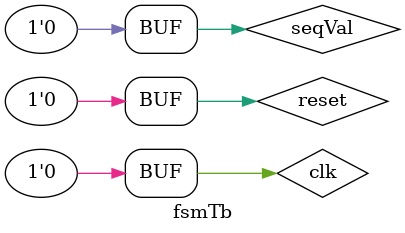
<source format=v>
`timescale 1ns / 1ps


module fsmTb;
// variable instantiation
localparam Tclk = 20;
reg clk, reset, seqVal;
wire state_output;
// uut instantiation
 
FSM
 uut 
(clk, reset, seqVal, state_output); 
// clock 
// T ns clock
always
begin
    clk = 1'b1;
    #(Tclk/2);
    clk = 1'b0;
    #(Tclk/2);
 end
 
 initial
begin
    //Test 1
    seqVal = 1'b0;
    #(Tclk);
    seqVal = 1'b1;
    #(Tclk);
    seqVal = 1'b0;
    #(Tclk);
    seqVal = 1'b1;
    #(Tclk);
    seqVal = 1'b1;
    #(Tclk);
    seqVal = 1'b1;
    #(Tclk);
    
    //Test 2
    seqVal = 1'b0;
    #(50*Tclk);
    seqVal = 1'b1;
    #(90*Tclk);
    
    //Test 3
    seqVal = 1'b0;
    #(Tclk);
    seqVal = 1'b1;
    #(Tclk);
    seqVal = 1'b1;
    #(Tclk);
    seqVal = 1'b1;
    #(Tclk);
    seqVal = 1'b1;
    #(Tclk);
    seqVal = 1'b1;
    #(Tclk);
    
    //Test 4
    seqVal = 1'b1;
    #(Tclk);
    seqVal = 1'b0;
    #(Tclk);
    seqVal = 1'b1;
    #(Tclk);
    seqVal = 1'b0;
    #(Tclk);
    seqVal = 1'b1;
    #(Tclk);
    seqVal = 1'b0;
    #(Tclk);
    
    //Test 5
    seqVal = 1'b0;
    #(Tclk);
    seqVal = 1'b1;
    #(Tclk);
    seqVal = 1'b1;
    #(Tclk);
    seqVal = 1'b1;
    #(Tclk);
    seqVal = 1'b0;
    #(Tclk);
    seqVal = 1'b0;
    #(Tclk);
    
    //Test 6
    seqVal = 1'b1;
    #(Tclk);
    seqVal = 1'b0;
    #(Tclk);
    seqVal = 1'b1;
    #(Tclk);
    seqVal = 1'b0;
    #(Tclk);
    seqVal = 1'b1;
    #(Tclk);
    seqVal = 1'b1;
    #(Tclk);
    
    seqVal = 1'b0;
 end
 
 // reset    
initial 
begin
    reset = 1'b1;
    # (10*Tclk);
    reset = 1'b0;
    # (500*Tclk);
    reset = 1'b1;
    # Tclk;
    reset = 1'b0;
end
endmodule

</source>
